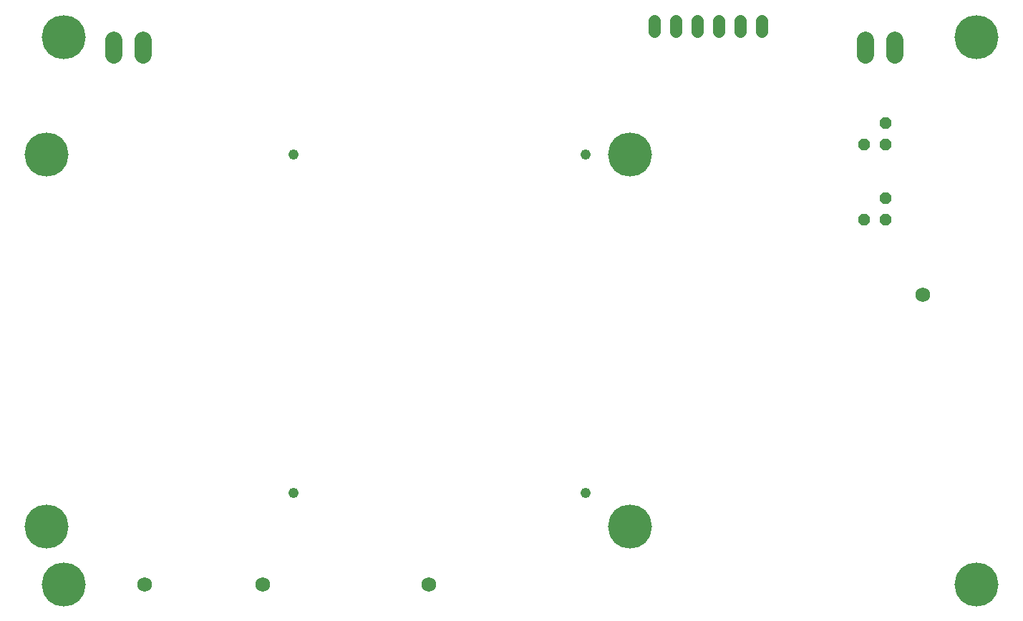
<source format=gbs>
G75*
%MOIN*%
%OFA0B0*%
%FSLAX24Y24*%
%IPPOS*%
%LPD*%
%AMOC8*
5,1,8,0,0,1.08239X$1,22.5*
%
%ADD10C,0.0480*%
%ADD11C,0.2049*%
%ADD12C,0.0789*%
%ADD13C,0.0680*%
%ADD14OC8,0.0560*%
%ADD15C,0.0560*%
D10*
X014364Y006369D03*
X027938Y006369D03*
X027938Y022117D03*
X014364Y022117D03*
D11*
X003663Y002100D03*
X002844Y004781D03*
X030009Y004781D03*
X046163Y002100D03*
X030009Y022104D03*
X046163Y027600D03*
X003663Y027600D03*
X002844Y022104D03*
D12*
X005974Y026746D02*
X005974Y027454D01*
X007352Y027454D02*
X007352Y026746D01*
X040974Y026746D02*
X040974Y027454D01*
X042352Y027454D02*
X042352Y026746D01*
D13*
X043663Y015600D03*
X020663Y002100D03*
X012913Y002100D03*
X007413Y002100D03*
D14*
X040913Y019100D03*
X041913Y019100D03*
X041913Y020100D03*
X041913Y022600D03*
X040913Y022600D03*
X041913Y023600D03*
D15*
X036163Y027860D02*
X036163Y028340D01*
X035163Y028340D02*
X035163Y027860D01*
X034163Y027860D02*
X034163Y028340D01*
X033163Y028340D02*
X033163Y027860D01*
X032163Y027860D02*
X032163Y028340D01*
X031163Y028340D02*
X031163Y027860D01*
M02*

</source>
